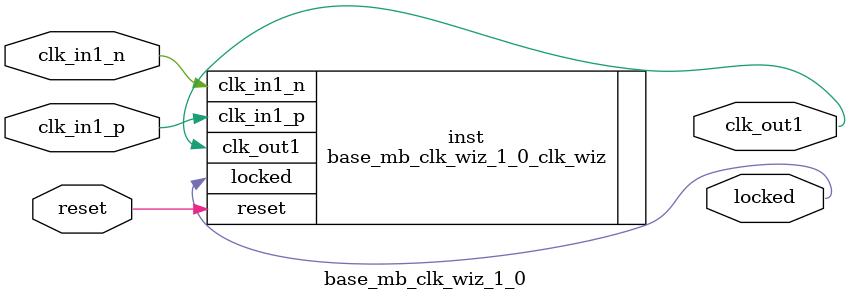
<source format=v>


`timescale 1ps/1ps

(* CORE_GENERATION_INFO = "base_mb_clk_wiz_1_0,clk_wiz_v6_0_1_0_0,{component_name=base_mb_clk_wiz_1_0,use_phase_alignment=true,use_min_o_jitter=false,use_max_i_jitter=false,use_dyn_phase_shift=false,use_inclk_switchover=false,use_dyn_reconfig=false,enable_axi=0,feedback_source=FDBK_AUTO,PRIMITIVE=MMCM,num_out_clk=1,clkin1_period=5.000,clkin2_period=10.0,use_power_down=false,use_reset=true,use_locked=true,use_inclk_stopped=false,feedback_type=SINGLE,CLOCK_MGR_TYPE=NA,manual_override=false}" *)

module base_mb_clk_wiz_1_0 
 (
  // Clock out ports
  output        clk_out1,
  // Status and control signals
  input         reset,
  output        locked,
 // Clock in ports
  input         clk_in1_p,
  input         clk_in1_n
 );

  base_mb_clk_wiz_1_0_clk_wiz inst
  (
  // Clock out ports  
  .clk_out1(clk_out1),
  // Status and control signals               
  .reset(reset), 
  .locked(locked),
 // Clock in ports
  .clk_in1_p(clk_in1_p),
  .clk_in1_n(clk_in1_n)
  );

endmodule

</source>
